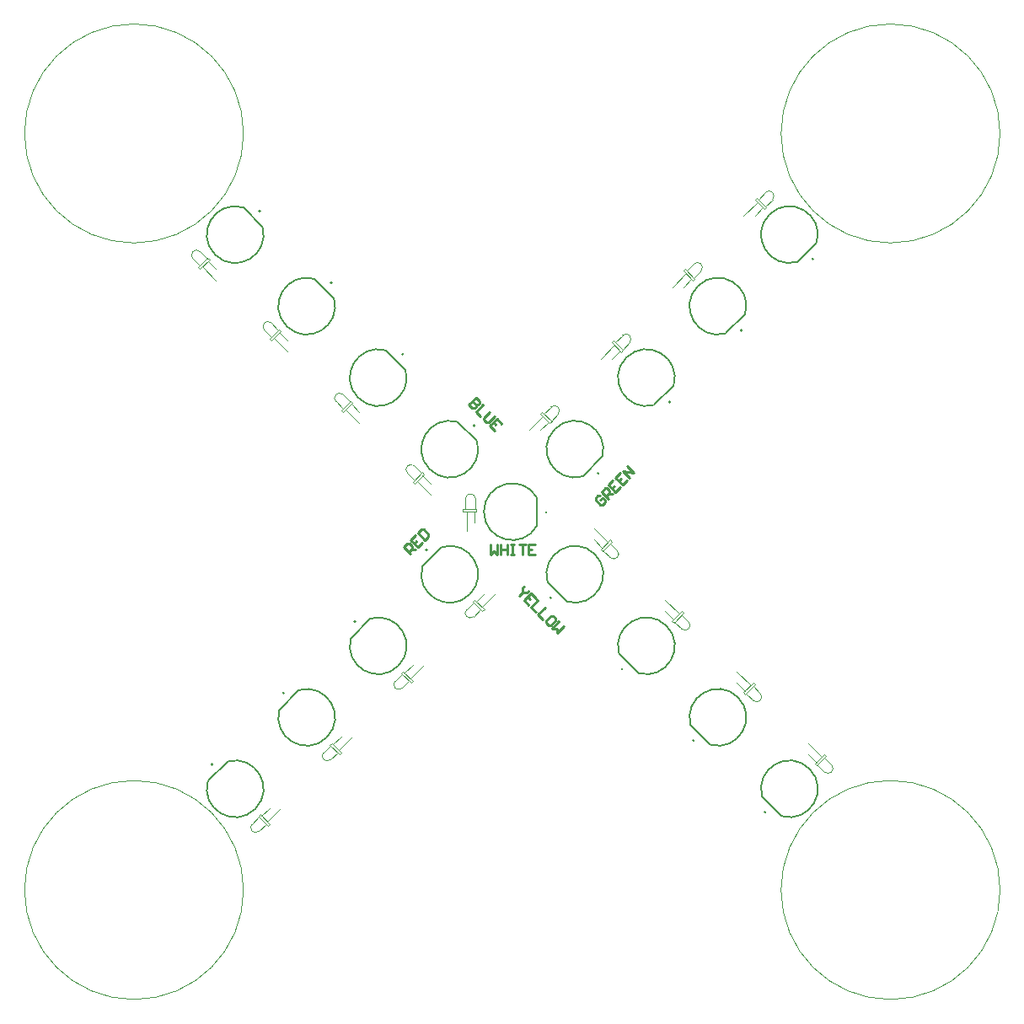
<source format=gbr>
%TF.GenerationSoftware,Altium Limited,Altium Designer,20.1.8 (145)*%
G04 Layer_Color=65535*
%FSLAX45Y45*%
%MOMM*%
%TF.SameCoordinates,5961E689-EF10-4C47-967A-3E799B42680D*%
%TF.FilePolarity,Positive*%
%TF.FileFunction,Legend,Top*%
%TF.Part,Single*%
G01*
G75*
%TA.AperFunction,NonConductor*%
%ADD46C,0.10160*%
%ADD48C,0.20320*%
%ADD49C,0.25400*%
%ADD78C,0.02540*%
%ADD79C,0.20000*%
D46*
X3137433Y-2614174D02*
G03*
X3208143Y-2543463I35355J35355D01*
G01*
X2419012Y-1895753D02*
G03*
X2489723Y-1825043I35355J35355D01*
G01*
X1700592Y-1177333D02*
G03*
X1771302Y-1106622I35355J35355D01*
G01*
X982171Y-458912D02*
G03*
X1052882Y-388202I35355J35355D01*
G01*
X-370000Y130000D02*
G03*
X-470000Y130000I-50000J0D01*
G01*
X2614174Y3137433D02*
G03*
X2543463Y3208143I-35355J35355D01*
G01*
X1895753Y2419012D02*
G03*
X1825043Y2489723I-35355J35355D01*
G01*
X458912Y982171D02*
G03*
X388202Y1052882I-35355J35355D01*
G01*
X1177333Y1700592D02*
G03*
X1106622Y1771302I-35355J35355D01*
G01*
X-982171Y458912D02*
G03*
X-1052882Y388202I-35355J-35355D01*
G01*
X-3137433Y2614174D02*
G03*
X-3208143Y2543463I-35355J-35355D01*
G01*
X-2419012Y1895753D02*
G03*
X-2489723Y1825043I-35355J-35355D01*
G01*
X-1700592Y1177333D02*
G03*
X-1771302Y1106622I-35355J-35355D01*
G01*
X-2614174Y-3137433D02*
G03*
X-2543463Y-3208143I35355J-35355D01*
G01*
X-1895753Y-2419012D02*
G03*
X-1825043Y-2489723I35355J-35355D01*
G01*
X-458912Y-982171D02*
G03*
X-388202Y-1052882I35355J-35355D01*
G01*
X-1177333Y-1700592D02*
G03*
X-1106622Y-1771302I35355J-35355D01*
G01*
X3041973Y-2532856D02*
X3059651Y-2550534D01*
X3137432Y-2437397D02*
X3155110Y-2455075D01*
X3059651Y-2550534D02*
X3155110Y-2455075D01*
X3041973Y-2532856D02*
X3137432Y-2437397D01*
X3066722Y-2543463D02*
X3137433Y-2614174D01*
X3137432Y-2472752D02*
X3208143Y-2543463D01*
X2974798Y-2324260D02*
X3112684Y-2462146D01*
X2974798Y-2437397D02*
X3056115Y-2518714D01*
X2323553Y-1814436D02*
X2341230Y-1832113D01*
X2419012Y-1718976D02*
X2436690Y-1736654D01*
X2341230Y-1832113D02*
X2436690Y-1736654D01*
X2323553Y-1814436D02*
X2419012Y-1718976D01*
X2348301Y-1825043D02*
X2419012Y-1895753D01*
X2419012Y-1754332D02*
X2489723Y-1825043D01*
X2256378Y-1605840D02*
X2394263Y-1743725D01*
X2256378Y-1718976D02*
X2337695Y-1800294D01*
X1605132Y-1096015D02*
X1622810Y-1113693D01*
X1700591Y-1000556D02*
X1718269Y-1018234D01*
X1622810Y-1113693D02*
X1718269Y-1018234D01*
X1605132Y-1096015D02*
X1700591Y-1000556D01*
X1629881Y-1106622D02*
X1700592Y-1177333D01*
X1700591Y-1035911D02*
X1771302Y-1106622D01*
X1537957Y-887419D02*
X1675843Y-1025305D01*
X1537957Y-1000556D02*
X1619274Y-1081873D01*
X886712Y-377595D02*
X904389Y-395273D01*
X982171Y-282136D02*
X999849Y-299813D01*
X904389Y-395273D02*
X999849Y-299813D01*
X886712Y-377595D02*
X982171Y-282136D01*
X911460Y-388202D02*
X982171Y-458912D01*
X982171Y-317491D02*
X1052882Y-388202D01*
X819537Y-168999D02*
X957422Y-306884D01*
X819537Y-282136D02*
X900854Y-363453D01*
X-360000Y5000D02*
Y30000D01*
X-495000Y5000D02*
Y30000D01*
X-360000D01*
X-495000Y5000D02*
X-360000D01*
X-370000Y30000D02*
Y130000D01*
X-470000Y30000D02*
Y130000D01*
X-460000Y-190000D02*
Y5000D01*
X-380000Y-110000D02*
X-380000Y5000D01*
X2532856Y3041973D02*
X2550534Y3059651D01*
X2437397Y3137432D02*
X2455075Y3155110D01*
X2550534Y3059651D01*
X2437397Y3137432D02*
X2532856Y3041973D01*
X2543463Y3066722D02*
X2614174Y3137433D01*
X2472752Y3137432D02*
X2543463Y3208143D01*
X2324260Y2974798D02*
X2462146Y3112684D01*
X2437397Y2974798D02*
X2518714Y3056115D01*
X1814436Y2323553D02*
X1832113Y2341230D01*
X1718976Y2419012D02*
X1736654Y2436690D01*
X1832113Y2341230D01*
X1718976Y2419012D02*
X1814436Y2323553D01*
X1825043Y2348301D02*
X1895753Y2419012D01*
X1754332Y2419012D02*
X1825043Y2489723D01*
X1605840Y2256378D02*
X1743725Y2394263D01*
X1718976Y2256378D02*
X1800294Y2337695D01*
X377595Y886712D02*
X395273Y904389D01*
X282136Y982171D02*
X299813Y999849D01*
X395273Y904389D01*
X282136Y982171D02*
X377595Y886712D01*
X388202Y911460D02*
X458912Y982171D01*
X317491Y982171D02*
X388202Y1052882D01*
X168999Y819537D02*
X306884Y957422D01*
X282136Y819537D02*
X363453Y900854D01*
X1096015Y1605132D02*
X1113693Y1622810D01*
X1000556Y1700591D02*
X1018234Y1718269D01*
X1113693Y1622810D01*
X1000556Y1700591D02*
X1096015Y1605132D01*
X1106622Y1629881D02*
X1177333Y1700592D01*
X1035911Y1700591D02*
X1106622Y1771302D01*
X887419Y1537957D02*
X1025305Y1675843D01*
X1000556Y1537957D02*
X1081873Y1619274D01*
X-904389Y395273D02*
X-886712Y377595D01*
X-999849Y299813D02*
X-982171Y282136D01*
X-999849Y299813D02*
X-904389Y395273D01*
X-982171Y282136D02*
X-886712Y377595D01*
X-982171Y458912D02*
X-911460Y388202D01*
X-1052882Y388202D02*
X-982171Y317491D01*
X-957422Y306884D02*
X-819537Y168999D01*
X-900854Y363453D02*
X-819537Y282136D01*
X-3059651Y2550534D02*
X-3041973Y2532856D01*
X-3155110Y2455075D02*
X-3137432Y2437397D01*
X-3155110Y2455075D02*
X-3059651Y2550534D01*
X-3137432Y2437397D02*
X-3041973Y2532856D01*
X-3137433Y2614174D02*
X-3066722Y2543463D01*
X-3208143Y2543463D02*
X-3137432Y2472752D01*
X-3112684Y2462146D02*
X-2974798Y2324260D01*
X-3056115Y2518714D02*
X-2974798Y2437397D01*
X-2341230Y1832113D02*
X-2323553Y1814436D01*
X-2436690Y1736654D02*
X-2419012Y1718976D01*
X-2436690Y1736654D02*
X-2341230Y1832113D01*
X-2419012Y1718976D02*
X-2323553Y1814436D01*
X-2419012Y1895753D02*
X-2348301Y1825043D01*
X-2489723Y1825043D02*
X-2419012Y1754332D01*
X-2394263Y1743725D02*
X-2256378Y1605840D01*
X-2337695Y1800294D02*
X-2256378Y1718976D01*
X-1622810Y1113693D02*
X-1605132Y1096015D01*
X-1718269Y1018234D02*
X-1700591Y1000556D01*
X-1718269Y1018234D02*
X-1622810Y1113693D01*
X-1700591Y1000556D02*
X-1605132Y1096015D01*
X-1700592Y1177333D02*
X-1629881Y1106622D01*
X-1771302Y1106622D02*
X-1700591Y1035911D01*
X-1675843Y1025305D02*
X-1537957Y887419D01*
X-1619274Y1081873D02*
X-1537957Y1000556D01*
X-2550534Y-3059651D02*
X-2532856Y-3041973D01*
X-2455075Y-3155110D02*
X-2437397Y-3137432D01*
X-2550534Y-3059651D02*
X-2455075Y-3155110D01*
X-2532856Y-3041973D02*
X-2437397Y-3137432D01*
X-2614174Y-3137433D02*
X-2543463Y-3066722D01*
X-2543463Y-3208143D02*
X-2472752Y-3137432D01*
X-2462146Y-3112684D02*
X-2324260Y-2974798D01*
X-2518714Y-3056115D02*
X-2437397Y-2974798D01*
X-1832113Y-2341230D02*
X-1814436Y-2323553D01*
X-1736654Y-2436690D02*
X-1718976Y-2419012D01*
X-1832113Y-2341230D02*
X-1736654Y-2436690D01*
X-1814436Y-2323553D02*
X-1718976Y-2419012D01*
X-1895753Y-2419012D02*
X-1825043Y-2348301D01*
X-1825043Y-2489723D02*
X-1754332Y-2419012D01*
X-1743725Y-2394263D02*
X-1605840Y-2256378D01*
X-1800294Y-2337695D02*
X-1718976Y-2256378D01*
X-395273Y-904389D02*
X-377595Y-886712D01*
X-299813Y-999849D02*
X-282136Y-982171D01*
X-395273Y-904389D02*
X-299813Y-999849D01*
X-377595Y-886712D02*
X-282136Y-982171D01*
X-458912Y-982171D02*
X-388202Y-911460D01*
X-388202Y-1052882D02*
X-317491Y-982171D01*
X-306884Y-957422D02*
X-168999Y-819537D01*
X-363453Y-900854D02*
X-282136Y-819537D01*
X-1113693Y-1622810D02*
X-1096015Y-1605132D01*
X-1018234Y-1718269D02*
X-1000556Y-1700591D01*
X-1113693Y-1622810D02*
X-1018234Y-1718269D01*
X-1096015Y-1605132D02*
X-1000556Y-1700591D01*
X-1177333Y-1700592D02*
X-1106622Y-1629881D01*
X-1106622Y-1771302D02*
X-1035911Y-1700591D01*
X-1025305Y-1675843D02*
X-887419Y-1537957D01*
X-1081873Y-1619274D02*
X-1000556Y-1537957D01*
D48*
X2510869Y-2864422D02*
X2703130Y-3056683D01*
X1792448Y-2146002D02*
X1984709Y-2338263D01*
X1074028Y-1427581D02*
X1266289Y-1619842D01*
X355607Y-709161D02*
X547868Y-901422D01*
X250000Y-136095D02*
Y135803D01*
X2864422Y2510869D02*
X3056683Y2703130D01*
X2146002Y1792448D02*
X2338263Y1984709D01*
X709161Y355607D02*
X901422Y547868D01*
X1427581Y1074028D02*
X1619842Y1266289D01*
X-547868Y901422D02*
X-355607Y709161D01*
X-2703130Y3056683D02*
X-2510869Y2864422D01*
X-1984709Y2338263D02*
X-1792448Y2146002D01*
X-1266289Y1619842D02*
X-1074028Y1427581D01*
X-3056683Y-2703130D02*
X-2864422Y-2510869D01*
X-2338263Y-1984709D02*
X-2146002Y-1792448D01*
X-901422Y-547868D02*
X-709161Y-355607D01*
X-1619842Y-1266289D02*
X-1427581Y-1074028D01*
D49*
X-217307Y-328476D02*
Y-428444D01*
X-183985Y-395121D01*
X-150662Y-428444D01*
Y-328476D01*
X-117340D02*
Y-428444D01*
Y-378460D01*
X-50695D01*
Y-328476D01*
Y-428444D01*
X-17372Y-328476D02*
X15951D01*
X-710D01*
Y-428444D01*
X-17372D01*
X15951D01*
X65935Y-328476D02*
X132580D01*
X99257D01*
Y-428444D01*
X232547Y-328476D02*
X165902D01*
Y-428444D01*
X232547D01*
X165902Y-378460D02*
X199225D01*
X-1019794Y-425943D02*
X-1090482Y-355255D01*
X-1055138Y-319911D01*
X-1031576D01*
X-1008013Y-343474D01*
Y-367036D01*
X-1043357Y-402380D01*
X-1019794Y-378818D02*
X-972669D01*
Y-237442D02*
X-1019794Y-284567D01*
X-949106Y-355255D01*
X-901981Y-308130D01*
X-984450Y-319911D02*
X-960888Y-296348D01*
X-949106Y-213879D02*
X-878418Y-284567D01*
X-843075Y-249223D01*
X-843075Y-225660D01*
X-890200Y-178535D01*
X-913762Y-178535D01*
X-949106Y-213879D01*
X117351Y-750101D02*
X105570Y-761883D01*
Y-809008D01*
X152695D01*
X164476Y-797226D01*
X105570Y-809008D02*
X70226Y-844352D01*
X235164Y-867914D02*
X188039Y-820789D01*
X117351Y-891477D01*
X164476Y-938602D01*
X152695Y-856133D02*
X176258Y-879695D01*
X258727Y-891477D02*
X188039Y-962165D01*
X235164Y-1009290D01*
X329415Y-962165D02*
X258727Y-1032853D01*
X305852Y-1079978D01*
X435447Y-1068197D02*
X411884Y-1044634D01*
X388322D01*
X341196Y-1091759D01*
Y-1115322D01*
X364759Y-1138885D01*
X388322Y-1138884D01*
X435447Y-1091759D01*
X435447Y-1068197D01*
X470791Y-1103541D02*
X400103Y-1174229D01*
X447228D01*
Y-1221354D01*
X517916Y-1150666D01*
X882805Y163932D02*
X859242D01*
X835680Y140369D01*
Y116806D01*
X882805Y69681D01*
X906368D01*
X929930Y93244D01*
Y116806D01*
X906368Y140369D01*
X882805Y116806D01*
X965274Y128588D02*
X894586Y199276D01*
X929930Y234620D01*
X953493Y234619D01*
X977055Y211057D01*
Y187494D01*
X941712Y152150D01*
X965274Y175713D02*
X1012399D01*
Y317089D02*
X965274Y269964D01*
X1035962Y199276D01*
X1083087Y246401D01*
X1000618Y234620D02*
X1024181Y258182D01*
X1083087Y387776D02*
X1035962Y340651D01*
X1106650Y269964D01*
X1153775Y317089D01*
X1071306Y305307D02*
X1094869Y328870D01*
X1177338Y340651D02*
X1106650Y411339D01*
X1224463Y387776D01*
X1153775Y458464D01*
X-365762Y1145179D02*
X-436450Y1074491D01*
X-401106Y1039147D01*
X-377544D01*
X-365763Y1050929D01*
X-365762Y1074491D01*
X-401106Y1109835D01*
X-365762Y1074491D01*
X-342200D01*
X-330418Y1086272D01*
Y1109835D01*
X-365762Y1145179D01*
X-295074Y1074491D02*
X-365762Y1003803D01*
X-318637Y956678D01*
X-224386Y1003803D02*
X-283293Y944897D01*
Y921334D01*
X-259730Y897771D01*
X-236168Y897772D01*
X-177261Y956678D01*
X-106574Y885990D02*
X-153699Y933115D01*
X-224386Y862427D01*
X-177261Y815302D01*
X-189043Y897771D02*
X-165480Y874209D01*
D78*
X-2700000Y-3800000D02*
G03*
X-2700000Y-3800000I-1100000J0D01*
G01*
X4900000D02*
G03*
X4900000Y-3800000I-1100000J0D01*
G01*
X-2700000Y3800000D02*
G03*
X-2700000Y3800000I-1100000J0D01*
G01*
X4900000D02*
G03*
X4900000Y3800000I-1100000J0D01*
G01*
D79*
X2545892Y-3019063D02*
G03*
X2545892Y-3019063I-7237J0D01*
G01*
X2704804Y-3057690D02*
G03*
X2510033Y-2862830I79076J273810D01*
G01*
X1827471Y-2300643D02*
G03*
X1827471Y-2300643I-7237J0D01*
G01*
X1986383Y-2339269D02*
G03*
X1791613Y-2144410I79076J273810D01*
G01*
X1109051Y-1582222D02*
G03*
X1109051Y-1582222I-7237J0D01*
G01*
X1267963Y-1620849D02*
G03*
X1073192Y-1425990I79076J273810D01*
G01*
X390630Y-863802D02*
G03*
X390630Y-863802I-7237J0D01*
G01*
X549542Y-902428D02*
G03*
X354772Y-707569I79076J273810D01*
G01*
X346937Y-7100D02*
G03*
X346937Y-7100I-7237J0D01*
G01*
X249528Y137698D02*
G03*
X249465Y-137812I-249528J-137698D01*
G01*
X3026300Y2538655D02*
G03*
X3026300Y2538655I-7237J0D01*
G01*
X3057690Y2704804D02*
G03*
X2862830Y2510033I-273810J79076D01*
G01*
X2307880Y1820234D02*
G03*
X2307880Y1820234I-7237J0D01*
G01*
X2339269Y1986383D02*
G03*
X2144410Y1791613I-273810J79076D01*
G01*
X871039Y383393D02*
G03*
X871039Y383393I-7237J0D01*
G01*
X902428Y549542D02*
G03*
X707569Y354772I-273810J79076D01*
G01*
X1589459Y1101814D02*
G03*
X1589459Y1101814I-7237J0D01*
G01*
X1620849Y1267963D02*
G03*
X1425990Y1073192I-273810J79076D01*
G01*
X-549542Y902428D02*
G03*
X-354772Y707569I-79076J-273810D01*
G01*
X-376156Y863802D02*
G03*
X-376156Y863802I-7237J0D01*
G01*
X-2704804Y3057690D02*
G03*
X-2510033Y2862830I-79076J-273810D01*
G01*
X-2531418Y3019063D02*
G03*
X-2531418Y3019063I-7237J0D01*
G01*
X-1986383Y2339269D02*
G03*
X-1791613Y2144410I-79076J-273810D01*
G01*
X-1812997Y2300643D02*
G03*
X-1812997Y2300643I-7237J0D01*
G01*
X-1267963Y1620849D02*
G03*
X-1073192Y1425990I-79076J-273810D01*
G01*
X-1094577Y1582222D02*
G03*
X-1094577Y1582222I-7237J0D01*
G01*
X-3011826Y-2538655D02*
G03*
X-3011826Y-2538655I-7237J0D01*
G01*
X-3057690Y-2704804D02*
G03*
X-2862830Y-2510033I273810J-79076D01*
G01*
X-2293406Y-1820234D02*
G03*
X-2293406Y-1820234I-7237J0D01*
G01*
X-2339269Y-1986383D02*
G03*
X-2144410Y-1791613I273810J-79076D01*
G01*
X-856565Y-383393D02*
G03*
X-856565Y-383393I-7237J0D01*
G01*
X-902428Y-549542D02*
G03*
X-707569Y-354772I273810J-79076D01*
G01*
X-1574985Y-1101814D02*
G03*
X-1574985Y-1101814I-7237J0D01*
G01*
X-1620849Y-1267963D02*
G03*
X-1425990Y-1073192I273810J-79076D01*
G01*
%TF.MD5,44348978533343d3fd7d2c37b4c999d1*%
M02*

</source>
